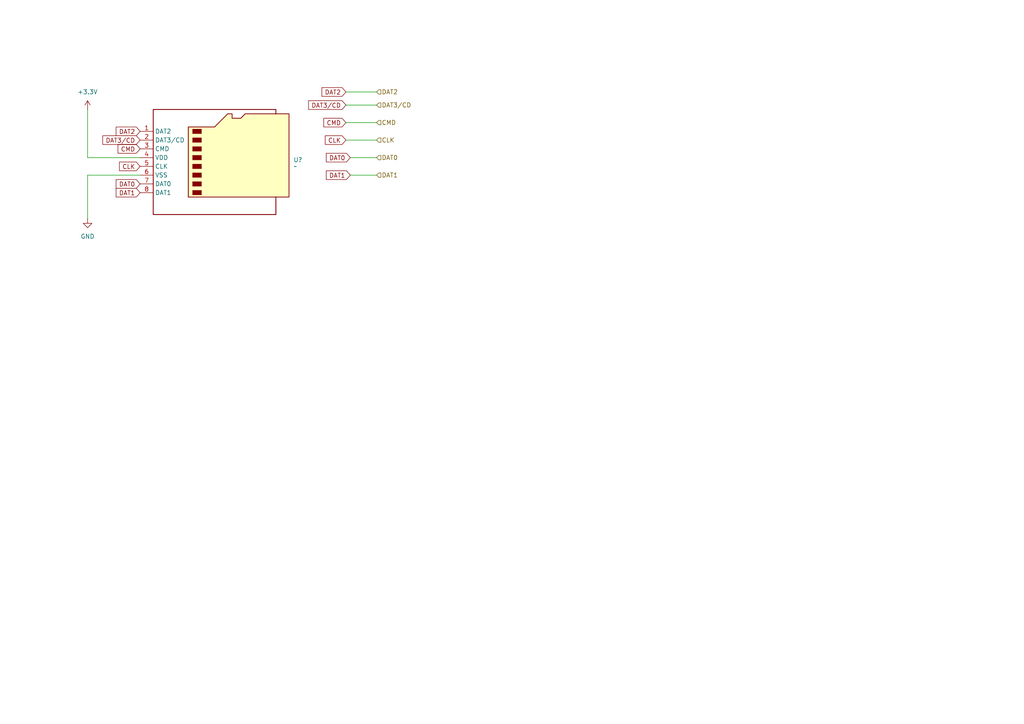
<source format=kicad_sch>
(kicad_sch
	(version 20231120)
	(generator "eeschema")
	(generator_version "8.0")
	(uuid "aef83f2e-4a25-4766-be9f-23abc292b05a")
	(paper "A4")
	(lib_symbols
		(symbol "Aftx07:MSD-4-A"
			(exclude_from_sim no)
			(in_bom yes)
			(on_board yes)
			(property "Reference" "U"
				(at 0 0 0)
				(effects
					(font
						(size 1.27 1.27)
					)
				)
			)
			(property "Value" ""
				(at 0 0 0)
				(effects
					(font
						(size 1.27 1.27)
					)
				)
			)
			(property "Footprint" ""
				(at 0 0 0)
				(effects
					(font
						(size 1.27 1.27)
					)
					(hide yes)
				)
			)
			(property "Datasheet" ""
				(at 0 0 0)
				(effects
					(font
						(size 1.27 1.27)
					)
					(hide yes)
				)
			)
			(property "Description" ""
				(at 0 0 0)
				(effects
					(font
						(size 1.27 1.27)
					)
					(hide yes)
				)
			)
			(symbol "MSD-4-A_0_1"
				(rectangle
					(start -15.24 -8.255)
					(end -12.7 -9.525)
					(stroke
						(width 0)
						(type default)
					)
					(fill
						(type outline)
					)
				)
				(rectangle
					(start -15.24 -5.715)
					(end -12.7 -6.985)
					(stroke
						(width 0)
						(type default)
					)
					(fill
						(type outline)
					)
				)
				(rectangle
					(start -15.24 -3.175)
					(end -12.7 -4.445)
					(stroke
						(width 0)
						(type default)
					)
					(fill
						(type outline)
					)
				)
				(rectangle
					(start -15.24 -0.635)
					(end -12.7 -1.905)
					(stroke
						(width 0)
						(type default)
					)
					(fill
						(type outline)
					)
				)
				(rectangle
					(start -15.24 1.905)
					(end -12.7 0.635)
					(stroke
						(width 0)
						(type default)
					)
					(fill
						(type outline)
					)
				)
				(rectangle
					(start -15.24 4.445)
					(end -12.7 3.175)
					(stroke
						(width 0)
						(type default)
					)
					(fill
						(type outline)
					)
				)
				(rectangle
					(start -15.24 6.985)
					(end -12.7 5.715)
					(stroke
						(width 0)
						(type default)
					)
					(fill
						(type outline)
					)
				)
				(rectangle
					(start -15.24 9.525)
					(end -12.7 8.255)
					(stroke
						(width 0)
						(type default)
					)
					(fill
						(type outline)
					)
				)
				(polyline
					(pts
						(xy 8.89 13.97) (xy 8.89 15.24) (xy -26.67 15.24) (xy -26.67 -15.24) (xy 8.89 -15.24) (xy 8.89 -10.16)
					)
					(stroke
						(width 0.254)
						(type default)
					)
					(fill
						(type none)
					)
				)
				(polyline
					(pts
						(xy -16.51 -10.16) (xy -16.51 10.16) (xy -8.89 10.16) (xy -5.08 13.97) (xy -3.81 13.97) (xy -3.81 12.7)
						(xy -1.27 12.7) (xy 0 13.97) (xy 12.7 13.97) (xy 12.7 -10.16) (xy -16.51 -10.16)
					)
					(stroke
						(width 0.254)
						(type default)
					)
					(fill
						(type background)
					)
				)
			)
			(symbol "MSD-4-A_1_1"
				(pin bidirectional line
					(at -30.48 8.89 0)
					(length 3.81)
					(name "DAT2"
						(effects
							(font
								(size 1.27 1.27)
							)
						)
					)
					(number "1"
						(effects
							(font
								(size 1.27 1.27)
							)
						)
					)
				)
				(pin bidirectional line
					(at -30.48 6.35 0)
					(length 3.81)
					(name "DAT3/CD"
						(effects
							(font
								(size 1.27 1.27)
							)
						)
					)
					(number "2"
						(effects
							(font
								(size 1.27 1.27)
							)
						)
					)
				)
				(pin input line
					(at -30.48 3.81 0)
					(length 3.81)
					(name "CMD"
						(effects
							(font
								(size 1.27 1.27)
							)
						)
					)
					(number "3"
						(effects
							(font
								(size 1.27 1.27)
							)
						)
					)
				)
				(pin power_in line
					(at -30.48 1.27 0)
					(length 3.81)
					(name "VDD"
						(effects
							(font
								(size 1.27 1.27)
							)
						)
					)
					(number "4"
						(effects
							(font
								(size 1.27 1.27)
							)
						)
					)
				)
				(pin input line
					(at -30.48 -1.27 0)
					(length 3.81)
					(name "CLK"
						(effects
							(font
								(size 1.27 1.27)
							)
						)
					)
					(number "5"
						(effects
							(font
								(size 1.27 1.27)
							)
						)
					)
				)
				(pin power_in line
					(at -30.48 -3.81 0)
					(length 3.81)
					(name "VSS"
						(effects
							(font
								(size 1.27 1.27)
							)
						)
					)
					(number "6"
						(effects
							(font
								(size 1.27 1.27)
							)
						)
					)
				)
				(pin bidirectional line
					(at -30.48 -6.35 0)
					(length 3.81)
					(name "DAT0"
						(effects
							(font
								(size 1.27 1.27)
							)
						)
					)
					(number "7"
						(effects
							(font
								(size 1.27 1.27)
							)
						)
					)
				)
				(pin bidirectional line
					(at -30.48 -8.89 0)
					(length 3.81)
					(name "DAT1"
						(effects
							(font
								(size 1.27 1.27)
							)
						)
					)
					(number "8"
						(effects
							(font
								(size 1.27 1.27)
							)
						)
					)
				)
			)
		)
		(symbol "power:+3.3V"
			(power)
			(pin_numbers hide)
			(pin_names
				(offset 0) hide)
			(exclude_from_sim no)
			(in_bom yes)
			(on_board yes)
			(property "Reference" "#PWR"
				(at 0 -3.81 0)
				(effects
					(font
						(size 1.27 1.27)
					)
					(hide yes)
				)
			)
			(property "Value" "+3.3V"
				(at 0 3.556 0)
				(effects
					(font
						(size 1.27 1.27)
					)
				)
			)
			(property "Footprint" ""
				(at 0 0 0)
				(effects
					(font
						(size 1.27 1.27)
					)
					(hide yes)
				)
			)
			(property "Datasheet" ""
				(at 0 0 0)
				(effects
					(font
						(size 1.27 1.27)
					)
					(hide yes)
				)
			)
			(property "Description" "Power symbol creates a global label with name \"+3.3V\""
				(at 0 0 0)
				(effects
					(font
						(size 1.27 1.27)
					)
					(hide yes)
				)
			)
			(property "ki_keywords" "global power"
				(at 0 0 0)
				(effects
					(font
						(size 1.27 1.27)
					)
					(hide yes)
				)
			)
			(symbol "+3.3V_0_1"
				(polyline
					(pts
						(xy -0.762 1.27) (xy 0 2.54)
					)
					(stroke
						(width 0)
						(type default)
					)
					(fill
						(type none)
					)
				)
				(polyline
					(pts
						(xy 0 0) (xy 0 2.54)
					)
					(stroke
						(width 0)
						(type default)
					)
					(fill
						(type none)
					)
				)
				(polyline
					(pts
						(xy 0 2.54) (xy 0.762 1.27)
					)
					(stroke
						(width 0)
						(type default)
					)
					(fill
						(type none)
					)
				)
			)
			(symbol "+3.3V_1_1"
				(pin power_in line
					(at 0 0 90)
					(length 0)
					(name "~"
						(effects
							(font
								(size 1.27 1.27)
							)
						)
					)
					(number "1"
						(effects
							(font
								(size 1.27 1.27)
							)
						)
					)
				)
			)
		)
		(symbol "power:GND"
			(power)
			(pin_numbers hide)
			(pin_names
				(offset 0) hide)
			(exclude_from_sim no)
			(in_bom yes)
			(on_board yes)
			(property "Reference" "#PWR"
				(at 0 -6.35 0)
				(effects
					(font
						(size 1.27 1.27)
					)
					(hide yes)
				)
			)
			(property "Value" "GND"
				(at 0 -3.81 0)
				(effects
					(font
						(size 1.27 1.27)
					)
				)
			)
			(property "Footprint" ""
				(at 0 0 0)
				(effects
					(font
						(size 1.27 1.27)
					)
					(hide yes)
				)
			)
			(property "Datasheet" ""
				(at 0 0 0)
				(effects
					(font
						(size 1.27 1.27)
					)
					(hide yes)
				)
			)
			(property "Description" "Power symbol creates a global label with name \"GND\" , ground"
				(at 0 0 0)
				(effects
					(font
						(size 1.27 1.27)
					)
					(hide yes)
				)
			)
			(property "ki_keywords" "global power"
				(at 0 0 0)
				(effects
					(font
						(size 1.27 1.27)
					)
					(hide yes)
				)
			)
			(symbol "GND_0_1"
				(polyline
					(pts
						(xy 0 0) (xy 0 -1.27) (xy 1.27 -1.27) (xy 0 -2.54) (xy -1.27 -1.27) (xy 0 -1.27)
					)
					(stroke
						(width 0)
						(type default)
					)
					(fill
						(type none)
					)
				)
			)
			(symbol "GND_1_1"
				(pin power_in line
					(at 0 0 270)
					(length 0)
					(name "~"
						(effects
							(font
								(size 1.27 1.27)
							)
						)
					)
					(number "1"
						(effects
							(font
								(size 1.27 1.27)
							)
						)
					)
				)
			)
		)
	)
	(wire
		(pts
			(xy 40.64 50.8) (xy 25.4 50.8)
		)
		(stroke
			(width 0)
			(type default)
		)
		(uuid "54eb95c2-657c-4a08-93d0-c648293b9fb3")
	)
	(wire
		(pts
			(xy 25.4 50.8) (xy 25.4 63.5)
		)
		(stroke
			(width 0)
			(type default)
		)
		(uuid "5cfed790-60ea-4931-9e80-47dfe279b86b")
	)
	(wire
		(pts
			(xy 101.6 50.8) (xy 109.22 50.8)
		)
		(stroke
			(width 0)
			(type default)
		)
		(uuid "5e61bbd9-b00a-420f-bf53-2b09745af9ac")
	)
	(wire
		(pts
			(xy 25.4 45.72) (xy 40.64 45.72)
		)
		(stroke
			(width 0)
			(type default)
		)
		(uuid "70983a4d-3808-45d4-aabd-1355bfd98c41")
	)
	(wire
		(pts
			(xy 100.33 30.48) (xy 109.22 30.48)
		)
		(stroke
			(width 0)
			(type default)
		)
		(uuid "7e9de9d6-baa0-4dc5-827a-9082f1e3d009")
	)
	(wire
		(pts
			(xy 100.33 35.56) (xy 109.22 35.56)
		)
		(stroke
			(width 0)
			(type default)
		)
		(uuid "97757ff5-bf00-4305-9c79-f3b5f60f6643")
	)
	(wire
		(pts
			(xy 25.4 31.75) (xy 25.4 45.72)
		)
		(stroke
			(width 0)
			(type default)
		)
		(uuid "b5584991-564d-4d97-9d48-fcb364ce99ac")
	)
	(wire
		(pts
			(xy 101.6 45.72) (xy 109.22 45.72)
		)
		(stroke
			(width 0)
			(type default)
		)
		(uuid "c40f5c14-c839-4ba3-aa95-45ca159b98eb")
	)
	(wire
		(pts
			(xy 100.33 40.64) (xy 109.22 40.64)
		)
		(stroke
			(width 0)
			(type default)
		)
		(uuid "c635beef-df7f-4477-97f5-6189c18a119e")
	)
	(wire
		(pts
			(xy 100.33 26.67) (xy 109.22 26.67)
		)
		(stroke
			(width 0)
			(type default)
		)
		(uuid "f5a450b3-1c91-4d31-8c52-43472ff79641")
	)
	(global_label "CLK"
		(shape input)
		(at 40.64 48.26 180)
		(fields_autoplaced yes)
		(effects
			(font
				(size 1.27 1.27)
			)
			(justify right)
		)
		(uuid "126eed8a-9c57-44ce-9794-83f94c28569b")
		(property "Intersheetrefs" "${INTERSHEET_REFS}"
			(at 34.0867 48.26 0)
			(effects
				(font
					(size 1.27 1.27)
				)
				(justify right)
				(hide yes)
			)
		)
	)
	(global_label "DAT0"
		(shape input)
		(at 40.64 53.34 180)
		(fields_autoplaced yes)
		(effects
			(font
				(size 1.27 1.27)
			)
			(justify right)
		)
		(uuid "55b8c332-3a02-4cc8-a028-595cb11cdaae")
		(property "Intersheetrefs" "${INTERSHEET_REFS}"
			(at 33.1191 53.34 0)
			(effects
				(font
					(size 1.27 1.27)
				)
				(justify right)
				(hide yes)
			)
		)
	)
	(global_label "DAT0"
		(shape input)
		(at 101.6 45.72 180)
		(fields_autoplaced yes)
		(effects
			(font
				(size 1.27 1.27)
			)
			(justify right)
		)
		(uuid "5e58b8be-4d31-4e3d-85ee-eea81e8e0f3e")
		(property "Intersheetrefs" "${INTERSHEET_REFS}"
			(at 94.0791 45.72 0)
			(effects
				(font
					(size 1.27 1.27)
				)
				(justify right)
				(hide yes)
			)
		)
	)
	(global_label "CLK"
		(shape input)
		(at 100.33 40.64 180)
		(fields_autoplaced yes)
		(effects
			(font
				(size 1.27 1.27)
			)
			(justify right)
		)
		(uuid "78a8dd7a-25dd-4b20-85f6-0101f3aa82cd")
		(property "Intersheetrefs" "${INTERSHEET_REFS}"
			(at 93.7767 40.64 0)
			(effects
				(font
					(size 1.27 1.27)
				)
				(justify right)
				(hide yes)
			)
		)
	)
	(global_label "DAT3{slash}CD"
		(shape input)
		(at 40.64 40.64 180)
		(fields_autoplaced yes)
		(effects
			(font
				(size 1.27 1.27)
			)
			(justify right)
		)
		(uuid "96e65831-e724-43aa-8164-eea52c18674f")
		(property "Intersheetrefs" "${INTERSHEET_REFS}"
			(at 29.2486 40.64 0)
			(effects
				(font
					(size 1.27 1.27)
				)
				(justify right)
				(hide yes)
			)
		)
	)
	(global_label "DAT1"
		(shape input)
		(at 40.64 55.88 180)
		(fields_autoplaced yes)
		(effects
			(font
				(size 1.27 1.27)
			)
			(justify right)
		)
		(uuid "9e87fce4-dac9-46ce-b5bd-daae30844a59")
		(property "Intersheetrefs" "${INTERSHEET_REFS}"
			(at 33.1191 55.88 0)
			(effects
				(font
					(size 1.27 1.27)
				)
				(justify right)
				(hide yes)
			)
		)
	)
	(global_label "DAT3{slash}CD"
		(shape input)
		(at 100.33 30.48 180)
		(fields_autoplaced yes)
		(effects
			(font
				(size 1.27 1.27)
			)
			(justify right)
		)
		(uuid "a7eaea4f-337d-408d-8320-4083538cbf05")
		(property "Intersheetrefs" "${INTERSHEET_REFS}"
			(at 88.9386 30.48 0)
			(effects
				(font
					(size 1.27 1.27)
				)
				(justify right)
				(hide yes)
			)
		)
	)
	(global_label "CMD"
		(shape input)
		(at 100.33 35.56 180)
		(fields_autoplaced yes)
		(effects
			(font
				(size 1.27 1.27)
			)
			(justify right)
		)
		(uuid "af8625ad-acbf-43a0-afb5-177dbacb4aab")
		(property "Intersheetrefs" "${INTERSHEET_REFS}"
			(at 93.3534 35.56 0)
			(effects
				(font
					(size 1.27 1.27)
				)
				(justify right)
				(hide yes)
			)
		)
	)
	(global_label "DAT2"
		(shape input)
		(at 100.33 26.67 180)
		(fields_autoplaced yes)
		(effects
			(font
				(size 1.27 1.27)
			)
			(justify right)
		)
		(uuid "c4c43a42-814a-4aa5-9a15-55913042889c")
		(property "Intersheetrefs" "${INTERSHEET_REFS}"
			(at 92.8091 26.67 0)
			(effects
				(font
					(size 1.27 1.27)
				)
				(justify right)
				(hide yes)
			)
		)
	)
	(global_label "CMD"
		(shape input)
		(at 40.64 43.18 180)
		(fields_autoplaced yes)
		(effects
			(font
				(size 1.27 1.27)
			)
			(justify right)
		)
		(uuid "dee4f83d-eaf3-4a72-aec4-034c26582146")
		(property "Intersheetrefs" "${INTERSHEET_REFS}"
			(at 33.6634 43.18 0)
			(effects
				(font
					(size 1.27 1.27)
				)
				(justify right)
				(hide yes)
			)
		)
	)
	(global_label "DAT2"
		(shape input)
		(at 40.64 38.1 180)
		(fields_autoplaced yes)
		(effects
			(font
				(size 1.27 1.27)
			)
			(justify right)
		)
		(uuid "e607604b-9d1b-4271-b37e-5a7a822fb2cc")
		(property "Intersheetrefs" "${INTERSHEET_REFS}"
			(at 33.1191 38.1 0)
			(effects
				(font
					(size 1.27 1.27)
				)
				(justify right)
				(hide yes)
			)
		)
	)
	(global_label "DAT1"
		(shape input)
		(at 101.6 50.8 180)
		(fields_autoplaced yes)
		(effects
			(font
				(size 1.27 1.27)
			)
			(justify right)
		)
		(uuid "e8b5a718-ce70-4141-8df2-880083f75a7e")
		(property "Intersheetrefs" "${INTERSHEET_REFS}"
			(at 94.0791 50.8 0)
			(effects
				(font
					(size 1.27 1.27)
				)
				(justify right)
				(hide yes)
			)
		)
	)
	(hierarchical_label "CMD"
		(shape input)
		(at 109.22 35.56 0)
		(fields_autoplaced yes)
		(effects
			(font
				(size 1.27 1.27)
			)
			(justify left)
		)
		(uuid "17ec79c3-382b-4a4a-99b4-a8654e3b3940")
	)
	(hierarchical_label "DAT2"
		(shape input)
		(at 109.22 26.67 0)
		(fields_autoplaced yes)
		(effects
			(font
				(size 1.27 1.27)
			)
			(justify left)
		)
		(uuid "2cf188ae-592b-499c-a921-fa18c54a9b01")
	)
	(hierarchical_label "DAT1"
		(shape input)
		(at 109.22 50.8 0)
		(fields_autoplaced yes)
		(effects
			(font
				(size 1.27 1.27)
			)
			(justify left)
		)
		(uuid "5341b3c5-479e-4c5a-988a-f9e35972d4c9")
	)
	(hierarchical_label "DAT3{slash}CD"
		(shape input)
		(at 109.22 30.48 0)
		(fields_autoplaced yes)
		(effects
			(font
				(size 1.27 1.27)
			)
			(justify left)
		)
		(uuid "6e822e13-baa0-4100-983f-eae230fa4c83")
	)
	(hierarchical_label "CLK"
		(shape input)
		(at 109.22 40.64 0)
		(fields_autoplaced yes)
		(effects
			(font
				(size 1.27 1.27)
			)
			(justify left)
		)
		(uuid "85a30f32-972a-494d-89b4-64c0cf540c75")
	)
	(hierarchical_label "DAT0"
		(shape input)
		(at 109.22 45.72 0)
		(fields_autoplaced yes)
		(effects
			(font
				(size 1.27 1.27)
			)
			(justify left)
		)
		(uuid "a8c766ed-bcef-4be2-bbd4-99acbf05f070")
	)
	(symbol
		(lib_id "Aftx07:MSD-4-A")
		(at 71.12 46.99 0)
		(unit 1)
		(exclude_from_sim no)
		(in_bom yes)
		(on_board yes)
		(dnp no)
		(fields_autoplaced yes)
		(uuid "1db3bbb9-e371-4f7c-b021-9d94aef3f609")
		(property "Reference" "U?"
			(at 85.09 46.3549 0)
			(effects
				(font
					(size 1.27 1.27)
				)
				(justify left)
			)
		)
		(property "Value" "~"
			(at 85.09 48.26 0)
			(effects
				(font
					(size 1.27 1.27)
				)
				(justify left)
			)
		)
		(property "Footprint" ""
			(at 71.12 46.99 0)
			(effects
				(font
					(size 1.27 1.27)
				)
				(hide yes)
			)
		)
		(property "Datasheet" ""
			(at 71.12 46.99 0)
			(effects
				(font
					(size 1.27 1.27)
				)
				(hide yes)
			)
		)
		(property "Description" ""
			(at 71.12 46.99 0)
			(effects
				(font
					(size 1.27 1.27)
				)
				(hide yes)
			)
		)
		(pin "6"
			(uuid "0474f9d1-0010-4f29-9a1f-95151fda7cdf")
		)
		(pin "7"
			(uuid "efe2f09b-b3d7-4eef-b5b4-06edd2227c61")
		)
		(pin "5"
			(uuid "2a7649cd-7cbc-4eb3-b87f-5839b59e852c")
		)
		(pin "8"
			(uuid "0825ca59-f417-40b5-8e41-3c72907af27c")
		)
		(pin "1"
			(uuid "31891a8f-29bd-4c44-8ab3-5ad07ecbff89")
		)
		(pin "3"
			(uuid "8336b457-8104-45e7-96e2-29f26e6124fb")
		)
		(pin "4"
			(uuid "68d25568-a859-4866-aac4-2e80a3b6ec9c")
		)
		(pin "2"
			(uuid "47197246-64d3-4028-8368-b378ac0a50b6")
		)
		(instances
			(project "SoCET_AFTx07"
				(path "/5516d47b-e414-41cc-be39-f34e0b8598e1/8cf1266b-f0c8-4bea-b6a6-3602ef8d967e"
					(reference "U?")
					(unit 1)
				)
			)
		)
	)
	(symbol
		(lib_id "power:GND")
		(at 25.4 63.5 0)
		(unit 1)
		(exclude_from_sim no)
		(in_bom yes)
		(on_board yes)
		(dnp no)
		(fields_autoplaced yes)
		(uuid "37024d2a-e1af-4054-886c-ed76193b7453")
		(property "Reference" "#PWR032"
			(at 25.4 69.85 0)
			(effects
				(font
					(size 1.27 1.27)
				)
				(hide yes)
			)
		)
		(property "Value" "GND"
			(at 25.4 68.58 0)
			(effects
				(font
					(size 1.27 1.27)
				)
			)
		)
		(property "Footprint" ""
			(at 25.4 63.5 0)
			(effects
				(font
					(size 1.27 1.27)
				)
				(hide yes)
			)
		)
		(property "Datasheet" ""
			(at 25.4 63.5 0)
			(effects
				(font
					(size 1.27 1.27)
				)
				(hide yes)
			)
		)
		(property "Description" "Power symbol creates a global label with name \"GND\" , ground"
			(at 25.4 63.5 0)
			(effects
				(font
					(size 1.27 1.27)
				)
				(hide yes)
			)
		)
		(pin "1"
			(uuid "8d813d42-92f1-40d0-a240-64964e0946ae")
		)
		(instances
			(project "SoCET_AFTx07"
				(path "/5516d47b-e414-41cc-be39-f34e0b8598e1/8cf1266b-f0c8-4bea-b6a6-3602ef8d967e"
					(reference "#PWR032")
					(unit 1)
				)
			)
		)
	)
	(symbol
		(lib_id "power:+3.3V")
		(at 25.4 31.75 0)
		(unit 1)
		(exclude_from_sim no)
		(in_bom yes)
		(on_board yes)
		(dnp no)
		(fields_autoplaced yes)
		(uuid "f326f6a7-681e-4e92-9de1-db8392e2bb67")
		(property "Reference" "#PWR031"
			(at 25.4 35.56 0)
			(effects
				(font
					(size 1.27 1.27)
				)
				(hide yes)
			)
		)
		(property "Value" "+3.3V"
			(at 25.4 26.67 0)
			(effects
				(font
					(size 1.27 1.27)
				)
			)
		)
		(property "Footprint" ""
			(at 25.4 31.75 0)
			(effects
				(font
					(size 1.27 1.27)
				)
				(hide yes)
			)
		)
		(property "Datasheet" ""
			(at 25.4 31.75 0)
			(effects
				(font
					(size 1.27 1.27)
				)
				(hide yes)
			)
		)
		(property "Description" "Power symbol creates a global label with name \"+3.3V\""
			(at 25.4 31.75 0)
			(effects
				(font
					(size 1.27 1.27)
				)
				(hide yes)
			)
		)
		(pin "1"
			(uuid "840f0d58-3d3f-4c17-a7dc-ad70fd2d920d")
		)
		(instances
			(project "SoCET_AFTx07"
				(path "/5516d47b-e414-41cc-be39-f34e0b8598e1/8cf1266b-f0c8-4bea-b6a6-3602ef8d967e"
					(reference "#PWR031")
					(unit 1)
				)
			)
		)
	)
)

</source>
